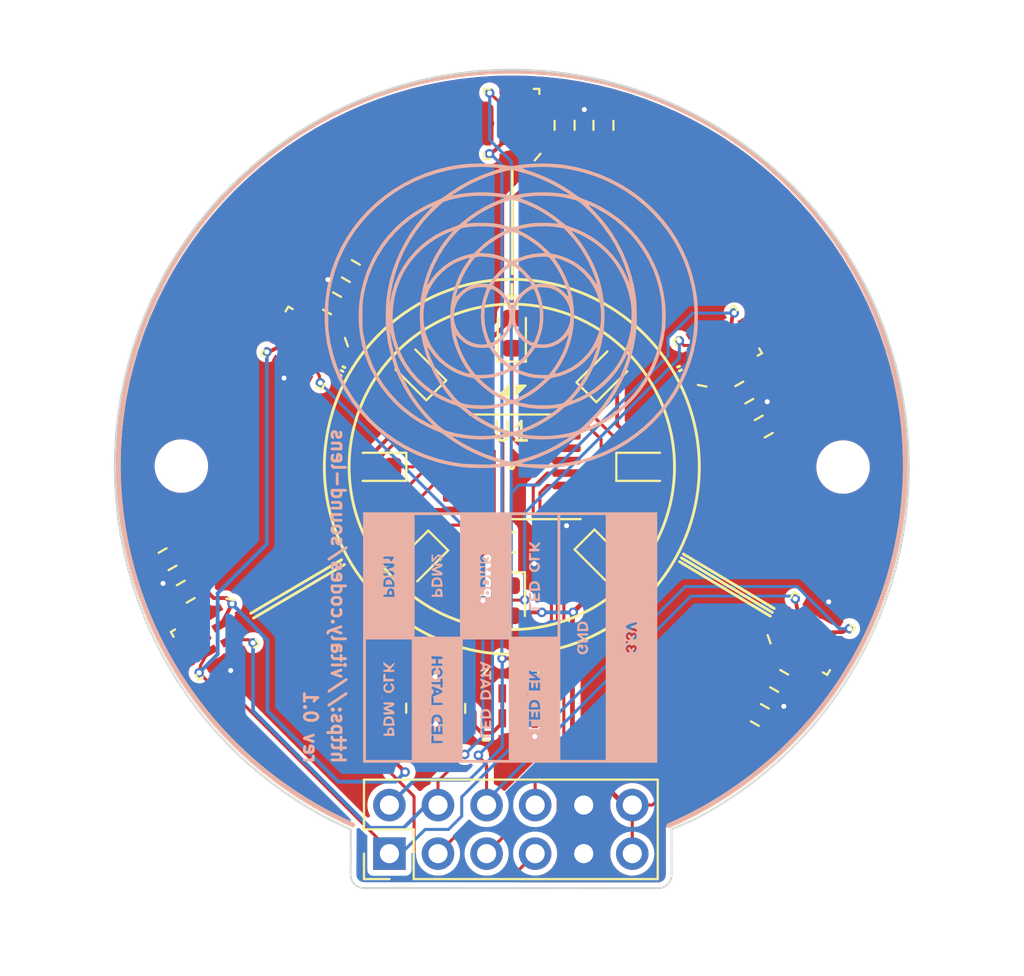
<source format=kicad_pcb>
(kicad_pcb (version 20210126) (generator pcbnew)
  (layers (0 "F.Cu" signal) (31 "B.Cu" signal) (34 "B.Paste" user) (35 "F.Paste" user) (36 "B.SilkS" user "B.Silkscreen") (37 "F.SilkS" user "F.Silkscreen") (38 "B.Mask" user) (39 "F.Mask" user) (44 "Edge.Cuts" user))
  (net 0 "")
  (net 1 "+3V3")
  (net 2 "Net-(D1-Pad1)")
  (net 3 "Net-(D2-Pad1)")
  (net 4 "Net-(D3-Pad1)")
  (net 5 "Net-(D4-Pad1)")
  (net 6 "Net-(D5-Pad1)")
  (net 7 "Net-(D6-Pad1)")
  (net 8 "Net-(D7-Pad1)")
  (net 9 "Net-(D8-Pad1)")
  (net 10 "/LED_LATCH")
  (net 11 "/LED_CLK")
  (net 12 "/LED_DATA")
  (net 13 "GND")
  (net 14 "Net-(R1-Pad1)")
  (net 16 "/PDM_CLK")
  (net 17 "/PDM1")
  (net 18 "/PDM2")
  (net 19 "/PDM3")
  (net 20 "/LED_EN")
  (footprint "ProjectLibrary:MP34DT06J" (layer "F.Cu") (at 99.95 112.45 180)
    (fp_text reference "MIC2" hide)
    (fp_text value "MP34DT06")
  )
  (footprint "Resistor_SMD:R_0603_1608Metric" (layer "F.Cu") (at 97.04 112.63 -90)
    (fp_text reference "C7" hide)
    (fp_text value "1u")
  )
  (footprint "LED_SMD:LED_0603_1608Metric" (layer "F.Cu") (at 99.95 107 -90)
    (fp_text reference "D5" hide)
    (fp_text value "LED")
  )
  (footprint "Resistor_SMD:R_0603_1608Metric" (layer "F.Cu") (at 112.158 96.114 30)
    (fp_text reference "C3" hide)
    (fp_text value "1u")
  )
  (footprint "ProjectLibrary:MP34DT06J" (layer "F.Cu") (at 115.6 108.7 -120)
    (fp_text reference "MIC5" hide)
    (fp_text value "MP34DT06")
  )
  (footprint "LED_SMD:LED_0603_1608Metric" (layer "F.Cu") (at 104.85 104.85 -45)
    (fp_text reference "D4" hide)
    (fp_text value "LED")
  )
  (footprint "Resistor_SMD:R_0603_1608Metric" (layer "F.Cu") (at 91.584 89.764 150)
    (fp_text reference "C12" hide)
    (fp_text value "100n")
  )
  (footprint "Resistor_SMD:R_0603_1608Metric" (layer "F.Cu") (at 95 112.62 -90)
    (fp_text reference "C8" hide)
    (fp_text value "100n")
  )
  (footprint "MountingHole:MountingHole_2.2mm_M2" (layer "F.Cu") (at 117.32 100.01)
    (fp_text reference "REF**" hide)
    (fp_text value "MountingHole_2.2mm_M2")
  )
  (footprint "Resistor_SMD:R_0603_1608Metric" (layer "F.Cu") (at 90.6 91.45 150)
    (fp_text reference "C11" hide)
    (fp_text value "1u")
  )
  (footprint "LED_SMD:LED_0603_1608Metric" (layer "F.Cu") (at 93 100 180)
    (fp_text reference "D7" hide)
    (fp_text value "LED")
  )
  (footprint "Resistor_SMD:R_0603_1608Metric" (layer "F.Cu") (at 113.983529 111.1955 -30)
    (fp_text reference "C5" hide)
    (fp_text value "1u")
  )
  (footprint "LED_SMD:LED_0603_1608Metric" (layer "F.Cu") (at 106.95 100)
    (fp_text reference "D3" hide)
    (fp_text value "LED")
  )
  (footprint "LED_SMD:LED_0603_1608Metric" (layer "F.Cu") (at 95.1 104.9 -135)
    (fp_text reference "D6" hide)
    (fp_text value "LED")
  )
  (footprint "Resistor_SMD:R_0603_1608Metric" (layer "F.Cu") (at 82 104.83 -150)
    (fp_text reference "C10" hide)
    (fp_text value "100n")
  )
  (footprint "MountingHole:MountingHole_2.2mm_M2" (layer "F.Cu") (at 82.72 99.96)
    (fp_text reference "REF**" hide)
    (fp_text value "MountingHole_2.2mm_M2")
  )
  (footprint "Resistor_SMD:R_0603_1608Metric" (layer "F.Cu") (at 104.792 82.144 90)
    (fp_text reference "C2" hide)
    (fp_text value "100n")
  )
  (footprint "ProjectLibrary:MP34DT06J" (layer "F.Cu") (at 84.5 108.95 120)
    (fp_text reference "MIC3" hide)
    (fp_text value "MP34DT06")
  )
  (footprint "LED_SMD:LED_0603_1608Metric" (layer "F.Cu") (at 104.95 95.05 45)
    (fp_text reference "D2" hide)
    (fp_text value "LED")
  )
  (footprint "Resistor_SMD:R_0603_1608Metric" (layer "F.Cu") (at 99.95 103.95)
    (fp_text reference "R1" hide)
    (fp_text value "3K")
  )
  (footprint "Resistor_SMD:R_0603_1608Metric" (layer "F.Cu") (at 112.967529 112.9735 -30)
    (fp_text reference "C6" hide)
    (fp_text value "100n")
  )
  (footprint "Resistor_SMD:R_0603_1608Metric" (layer "F.Cu") (at 113.174 97.892 30)
    (fp_text reference "C4" hide)
    (fp_text value "100n")
  )
  (footprint "Resistor_SMD:R_0603_1608Metric" (layer "F.Cu") (at 82.948 106.528 -150)
    (fp_text reference "C9" hide)
    (fp_text value "1u")
  )
  (footprint "ProjectLibrary:MP34DT06J" (layer "F.Cu") (at 110.75 93.742468 -60)
    (fp_text reference "MIC4" hide)
    (fp_text value "MP34DT06")
  )
  (footprint "Resistor_SMD:R_0603_1608Metric" (layer "F.Cu") (at 102.76 82.144 90)
    (fp_text reference "C1" hide)
    (fp_text value "1u")
  )
  (footprint "ProjectLibrary:MP34DT06J" (layer "F.Cu") (at 89.205385 93.8 60)
    (fp_text reference "MIC6" hide)
    (fp_text value "MP34DT06")
  )
  (footprint "LED_SMD:LED_0603_1608Metric" (layer "F.Cu") (at 95 94.95 135)
    (fp_text reference "D8" hide)
    (fp_text value "LED")
  )
  (footprint "Connector_PinHeader_2.54mm:PinHeader_2x06_P2.54mm_Vertical" (layer "F.Cu") (at 93.6 120.225 90)
    (fp_text reference "J1" hide)
    (fp_text value "Conn_02x06_Top_Bottom")
  )
  (footprint "Package_SO:TSSOP-16_4.4x5mm_P0.65mm" (layer "F.Cu") (at 100 100 180)
    (fp_text reference "U1")
    (fp_text value "STP08CP05")
  )
  (footprint "ProjectLibrary:MP34DT06J" (layer "F.Cu") (at 100 82.1)
    (fp_text reference "MIC1" hide)
    (fp_text value "MP34DT06")
  )
  (footprint "LED_SMD:LED_0603_1608Metric" (layer "F.Cu") (at 100 93.0125 90)
    (fp_text reference "D1" hide)
    (fp_text value "LED")
  )
  (footprint "LOGO" (layer "B.Cu") (at 99.87 108.91 90)
    (fp_text reference "G***" hide)
    (fp_text value "LOGO" hide)
  )
  (footprint "LOGO" (layer "B.Cu") (at 99.713454 91.140021 180)
    (fp_text reference "G***" hide)
    (fp_text value "LOGO" hide)
  )
  (gr_arc (start 100.000011 99.896046) (end 108.22 118.76) (angle -312.6) (layer "B.SilkS") (width 0.25))
  (gr_arc (start 100.000011 99.896046) (end 108.22 118.76) (angle -312.6) (layer "F.SilkS") (width 0.25))
  (gr_line (start 91.17 95.01) (end 91.07 94.96) (layer "F.SilkS") (width 0.15))
  (gr_line (start 108.77 94.985) (end 108.87 94.935) (layer "F.SilkS") (width 0.15))
  (gr_line (start 108.67 94.785) (end 108.77 94.735) (layer "F.SilkS") (width 0.15))
  (gr_line (start 100.02 89.91) (end 100.02 84.36) (layer "F.SilkS") (width 0.15))
  (gr_line (start 86.495 107.91) (end 91.245 105.11) (layer "F.SilkS") (width 0.15))
  (gr_circle (center 100 100) (end 105.82 92.11) (layer "F.SilkS") (width 0.15) (fill none))
  (gr_line (start 91.07 95.235) (end 90.97 95.185) (layer "F.SilkS") (width 0.15))
  (gr_line (start 91.27 94.81) (end 91.17 94.76) (layer "F.SilkS") (width 0.15))
  (gr_line (start 113.52 107.81) (end 108.77 104.96) (layer "F.SilkS") (width 0.15))
  (gr_circle (center 100 100) (end 104.92 93.06) (layer "F.SilkS") (width 0.15) (fill none))
  (gr_line (start 86.345 107.66) (end 91.095 104.86) (layer "F.SilkS") (width 0.15))
  (gr_line (start 99.97 110.035) (end 99.97 110.285) (layer "F.SilkS") (width 0.15))
  (gr_circle (center 100 100) (end 100.1 100) (layer "F.SilkS") (width 0.15) (fill none))
  (gr_line (start 113.72 107.41) (end 108.97 104.56) (layer "F.SilkS") (width 0.15))
  (gr_line (start 113.62 107.61) (end 108.87 104.76) (layer "F.SilkS") (width 0.15))
  (gr_line (start 116.471153 112.63876) (end 117.006771 111.908269) (layer "Edge.Cuts") (width 0.1))
  (gr_line (start 117.510016 88.84489) (end 117.006771 88.091731) (layer "Edge.Cuts") (width 0.1))
  (gr_line (start 115.306935 85.973778) (end 114.680551 85.319449) (layer "Edge.Cuts") (width 0.1))
  (gr_line (start 91.584 118.974) (end 91.571042 121.260738) (layer "Edge.Cuts") (width 0.1))
  (gr_line (start 82.993229 88.091731) (end 82.489984 88.84489) (layer "Edge.Cuts") (width 0.1))
  (gr_line (start 117.006771 88.091731) (end 116.471153 87.36124) (layer "Edge.Cuts") (width 0.1))
  (gr_line (start 117.510016 111.15511) (end 117.979929 110.380717) (layer "Edge.Cuts") (width 0.1))
  (gr_line (start 119.800532 93.756916) (end 119.509366 92.899171) (layer "Edge.Cuts") (width 0.1))
  (gr_line (start 120.269305 95.506403) (end 120.054005 94.626545) (layer "Edge.Cuts") (width 0.1))
  (gr_line (start 79.553979 96.394815) (end 79.416183 97.290089) (layer "Edge.Cuts") (width 0.1))
  (gr_line (start 89.619283 82.020071) (end 88.84489 82.489984) (layer "Edge.Cuts") (width 0.1))
  (gr_line (start 119.800532 106.243084) (end 120.054005 105.373455) (layer "Edge.Cuts") (width 0.1))
  (gr_line (start 120.761434 100) (end 120.741674 99.094399) (layer "Edge.Cuts") (width 0.1))
  (gr_line (start 82.020071 89.619283) (end 81.584383 90.413437) (layer "Edge.Cuts") (width 0.1))
  (gr_line (start 84.095819 86.654807) (end 83.528847 87.36124) (layer "Edge.Cuts") (width 0.1))
  (gr_line (start 85.319449 114.680551) (end 85.973778 115.306935) (layer "Edge.Cuts") (width 0.1))
  (gr_line (start 115.306935 114.026222) (end 115.904181 113.345193) (layer "Edge.Cuts") (width 0.1))
  (gr_line (start 117.979929 110.380717) (end 118.415617 109.586563) (layer "Edge.Cuts") (width 0.1))
  (gr_line (start 105.373455 79.945995) (end 104.493597 79.730695) (layer "Edge.Cuts") (width 0.1))
  (gr_line (start 81.183751 108.774161) (end 81.584383 109.586563) (layer "Edge.Cuts") (width 0.1))
  (gr_line (start 120.741674 99.094399) (end 120.68243 98.190522) (layer "Edge.Cuts") (width 0.1))
  (gr_line (start 114.680551 114.680551) (end 115.306935 114.026222) (layer "Edge.Cuts") (width 0.1))
  (gr_line (start 81.584383 90.413437) (end 81.183751 91.225839) (layer "Edge.Cuts") (width 0.1))
  (gr_line (start 90.413437 81.584383) (end 89.619283 82.020071) (layer "Edge.Cuts") (width 0.1))
  (gr_line (start 102.709911 79.416183) (end 101.809478 79.31757) (layer "Edge.Cuts") (width 0.1))
  (gr_line (start 118.816249 108.774161) (end 119.181064 107.945057) (layer "Edge.Cuts") (width 0.1))
  (gr_line (start 90.413437 118.415617) (end 91.584 118.974) (layer "Edge.Cuts") (width 0.1))
  (gr_line (start 84.693065 85.973778) (end 84.095819 86.654807) (layer "Edge.Cuts") (width 0.1))
  (gr_line (start 84.693065 114.026222) (end 85.319449 114.680551) (layer "Edge.Cuts") (width 0.1))
  (gr_line (start 92.054943 80.818936) (end 91.225839 81.183751) (layer "Edge.Cuts") (width 0.1))
  (gr_line (start 79.553979 103.605185) (end 79.730695 104.493597) (layer "Edge.Cuts") (width 0.1))
  (gr_arc (start 92.265073 121.325) (end 92.265073 122.022) (angle 95.29008121) (layer "Edge.Cuts") (width 0.1))
  (gr_line (start 83.528847 112.63876) (end 84.095819 113.345193) (layer "Edge.Cuts") (width 0.1))
  (gr_line (start 80.199468 106.243084) (end 80.490634 107.100829) (layer "Edge.Cuts") (width 0.1))
  (gr_line (start 120.583817 97.290089) (end 120.446021 96.394815) (layer "Edge.Cuts") (width 0.1))
  (gr_line (start 115.904181 86.654807) (end 115.306935 85.973778) (layer "Edge.Cuts") (width 0.1))
  (gr_line (start 87.36124 116.471153) (end 88.091731 117.006771) (layer "Edge.Cuts") (width 0.1))
  (gr_line (start 111.908269 82.993229) (end 111.15511 82.489984) (layer "Edge.Cuts") (width 0.1))
  (gr_line (start 93.756916 80.199468) (end 92.899171 80.490634) (layer "Edge.Cuts") (width 0.1))
  (gr_line (start 108.352416 121.334927) (end 108.348 118.96) (layer "Edge.Cuts") (width 0.1))
  (gr_line (start 79.730695 104.493597) (end 79.945995 105.373455) (layer "Edge.Cuts") (width 0.1))
  (gr_line (start 120.741674 100.905601) (end 120.761434 100) (layer "Edge.Cuts") (width 0.1))
  (gr_line (start 80.490634 107.100829) (end 80.818936 107.945057) (layer "Edge.Cuts") (width 0.1))
  (gr_line (start 107.100829 80.490634) (end 106.243084 80.199468) (layer "Edge.Cuts") (width 0.1))
  (gr_line (start 113.345193 115.904181) (end 114.026222 115.306935) (layer "Edge.Cuts") (width 0.1))
  (gr_line (start 110.380717 117.979929) (end 111.15511 117.510016) (layer "Edge.Cuts") (width 0.1))
  (gr_line (start 120.446021 96.394815) (end 120.269305 95.506403) (layer "Edge.Cuts") (width 0.1))
  (gr_line (start 85.973778 115.306935) (end 86.654807 115.904181) (layer "Edge.Cuts") (width 0.1))
  (gr_line (start 108.348 118.96) (end 109.586563 118.415617) (layer "Edge.Cuts") (width 0.1))
  (gr_line (start 84.095819 113.345193) (end 84.693065 114.026222) (layer "Edge.Cuts") (width 0.1))
  (gr_line (start 119.181064 92.054943) (end 118.816249 91.225839) (layer "Edge.Cuts") (width 0.1))
  (gr_line (start 88.091731 117.006771) (end 88.84489 117.510016) (layer "Edge.Cuts") (width 0.1))
  (gr_line (start 120.68243 101.809478) (end 120.741674 100.905601) (layer "Edge.Cuts") (width 0.1))
  (gr_line (start 111.15511 117.510016) (end 111.908269 117.006771) (layer "Edge.Cuts") (width 0.1))
  (gr_line (start 79.31757 98.190522) (end 79.258326 99.094399) (layer "Edge.Cuts") (width 0.1))
  (gr_line (start 98.190522 79.31757) (end 97.290089 79.416183) (layer "Edge.Cuts") (width 0.1))
  (gr_line (start 79.31757 101.809478) (end 79.416183 102.709911) (layer "Edge.Cuts") (width 0.1))
  (gr_line (start 115.904181 113.345193) (end 116.471153 112.63876) (layer "Edge.Cuts") (width 0.1))
  (gr_line (start 82.020071 110.380717) (end 82.489984 111.15511) (layer "Edge.Cuts") (width 0.1))
  (gr_arc (start 107.655416 121.334927) (end 108.352416 121.334927) (angle 95.29008121) (layer "Edge.Cuts") (width 0.1))
  (gr_line (start 79.730695 95.506403) (end 79.553979 96.394815) (layer "Edge.Cuts") (width 0.1))
  (gr_line (start 118.816249 91.225839) (end 118.415617 90.413437) (layer "Edge.Cuts") (width 0.1))
  (gr_line (start 80.199468 93.756916) (end 79.945995 94.626545) (layer "Edge.Cuts") (width 0.1))
  (gr_line (start 116.471153 87.36124) (end 115.904181 86.654807) (layer "Edge.Cuts") (width 0.1))
  (gr_line (start 120.054005 105.373455) (end 120.269305 104.493597) (layer "Edge.Cuts") (width 0.1))
  (gr_line (start 81.584383 109.586563) (end 82.020071 110.380717) (layer "Edge.Cuts") (width 0.1))
  (gr_line (start 79.258326 99.094399) (end 79.238566 100) (layer "Edge.Cuts") (width 0.1))
  (gr_line (start 82.993229 111.908269) (end 83.528847 112.63876) (layer "Edge.Cuts") (width 0.1))
  (gr_line (start 85.973778 84.693065) (end 85.319449 85.319449) (layer "Edge.Cuts") (width 0.1))
  (gr_line (start 118.415617 109.586563) (end 118.816249 108.774161) (layer "Edge.Cuts") (width 0.1))
  (gr_line (start 120.583817 102.709911) (end 120.68243 101.809478) (layer "Edge.Cuts") (width 0.1))
  (gr_line (start 120.68243 98.190522) (end 120.583817 97.290089) (layer "Edge.Cuts") (width 0.1))
  (gr_line (start 100.905601 79.258326) (end 100 79.238566) (layer "Edge.Cuts") (width 0.1))
  (gr_line (start 86.654807 84.095819) (end 85.973778 84.693065) (layer "Edge.Cuts") (width 0.1))
  (gr_line (start 85.319449 85.319449) (end 84.693065 85.973778) (layer "Edge.Cuts") (width 0.1))
  (gr_line (start 79.945995 94.626545) (end 79.730695 95.506403) (layer "Edge.Cuts") (width 0.1))
  (gr_line (start 88.091731 82.993229) (end 87.36124 83.528847) (layer "Edge.Cuts") (width 0.1))
  (gr_line (start 120.269305 104.493597) (end 120.446021 103.605185) (layer "Edge.Cuts") (width 0.1))
  (gr_line (start 81.183751 91.225839) (end 80.818936 92.054943) (layer "Edge.Cuts") (width 0.1))
  (gr_line (start 120.054005 94.626545) (end 119.800532 93.756916) (layer "Edge.Cuts") (width 0.1))
  (gr_line (start 101.809478 79.31757) (end 100.905601 79.258326) (layer "Edge.Cuts") (width 0.1))
  (gr_line (start 92.899171 80.490634) (end 92.054943 80.818936) (layer "Edge.Cuts") (width 0.1))
  (gr_line (start 80.490634 92.899171) (end 80.199468 93.756916) (layer "Edge.Cuts") (width 0.1))
  (gr_line (start 112.63876 83.528847) (end 111.908269 82.993229) (layer "Edge.Cuts") (width 0.1))
  (gr_line (start 88.84489 117.510016) (end 89.619283 117.979929) (layer "Edge.Cuts") (width 0.1))
  (gr_line (start 111.15511 82.489984) (end 110.380717 82.020071) (layer "Edge.Cuts") (width 0.1))
  (gr_line (start 99.094399 79.258326) (end 98.190522 79.31757) (layer "Edge.Cuts") (width 0.1))
  (gr_line (start 80.818936 107.945057) (end 81.183751 108.774161) (layer "Edge.Cuts") (width 0.1))
  (gr_line (start 114.026222 84.693065) (end 113.345193 84.095819) (layer "Edge.Cuts") (width 0.1))
  (gr_line (start 114.026222 115.306935) (end 114.680551 114.680551) (layer "Edge.Cuts") (width 0.1))
  (gr_line (start 112.63876 116.471153) (end 113.345193 115.904181) (layer "Edge.Cuts") (width 0.1))
  (gr_line (start 97.290089 79.416183) (end 96.394815 79.553979) (layer "Edge.Cuts") (width 0.1))
  (gr_line (start 113.345193 84.095819) (end 112.63876 83.528847) (layer "Edge.Cuts") (width 0.1))
  (gr_line (start 82.489984 88.84489) (end 82.020071 89.619283) (layer "Edge.Cuts") (width 0.1))
  (gr_line (start 92.265073 122.022) (end 94.886 122.022) (layer "Edge.Cuts") (width 0.1))
  (gr_line (start 86.654807 115.904181) (end 87.36124 116.471153) (layer "Edge.Cuts") (width 0.1))
  (gr_line (start 109.586563 118.415617) (end 110.380717 117.979929) (layer "Edge.Cuts") (width 0.1))
  (gr_line (start 100 79.238566) (end 99.094399 79.258326) (layer "Edge.Cuts") (width 0.1))
  (gr_line (start 109.586563 81.584383) (end 108.774161 81.183751) (layer "Edge.Cuts") (width 0.1))
  (gr_line (start 103.605185 79.553979) (end 102.709911 79.416183) (layer "Edge.Cuts") (width 0.1))
  (gr_line (start 119.509366 107.100829) (end 119.800532 106.243084) (layer "Edge.Cuts") (width 0.1))
  (gr_line (start 89.619283 117.979929) (end 90.413437 118.415617) (layer "Edge.Cuts") (width 0.1))
  (gr_line (start 111.908269 117.006771) (end 112.63876 116.471153) (layer "Edge.Cuts") (width 0.1))
  (gr_line (start 118.415617 90.413437) (end 117.979929 89.619283) (layer "Edge.Cuts") (width 0.1))
  (gr_line (start 79.258326 100.905601) (end 79.31757 101.809478) (layer "Edge.Cuts") (width 0.1))
  (gr_line (start 83.528847 87.36124) (end 82.993229 88.091731) (layer "Edge.Cuts") (width 0.1))
  (gr_line (start 87.36124 83.528847) (end 86.654807 84.095819) (layer "Edge.Cuts") (width 0.1))
  (gr_line (start 79.238566 100) (end 79.258326 100.905601) (layer "Edge.Cuts") (width 0.1))
  (gr_line (start 119.509366 92.899171) (end 119.181064 92.054943) (layer "Edge.Cuts") (width 0.1))
  (gr_line (start 117.006771 111.908269) (end 117.510016 111.15511) (layer "Edge.Cuts") (width 0.1))
  (gr_line (start 106.243084 80.199468) (end 105.373455 79.945995) (layer "Edge.Cuts") (width 0.1))
  (gr_line (start 119.181064 107.945057) (end 119.509366 107.100829) (layer "Edge.Cuts") (width 0.1))
  (gr_line (start 104.493597 79.730695) (end 103.605185 79.553979) (layer "Edge.Cuts") (width 0.1))
  (gr_line (start 94.626545 79.945995) (end 93.756916 80.199468) (layer "Edge.Cuts") (width 0.1))
  (gr_line (start 82.489984 111.15511) (end 82.993229 111.908269) (layer "Edge.Cuts") (width 0.1))
  (gr_line (start 120.446021 103.605185) (end 120.583817 102.709911) (layer "Edge.Cuts") (width 0.1))
  (gr_line (start 95.506403 79.730695) (end 94.626545 79.945995) (layer "Edge.Cuts") (width 0.1))
  (gr_line (start 107.945057 80.818936) (end 107.100829 80.490634) (layer "Edge.Cuts") (width 0.1))
  (gr_line (start 110.380717 82.020071) (end 109.586563 81.584383) (layer "Edge.Cuts") (width 0.1))
  (gr_line (start 96.394815 79.553979) (end 95.506403 79.730695) (layer "Edge.Cuts") (width 0.1))
  (gr_line (start 79.945995 105.373455) (end 80.199468 106.243084) (layer "Edge.Cuts") (width 0.1))
  (gr_line (start 117.979929 89.619283) (end 117.510016 88.84489) (layer "Edge.Cuts") (width 0.1))
  (gr_line (start 91.225839 81.183751) (end 90.413437 81.584383) (layer "Edge.Cuts") (width 0.1))
  (gr_line (start 94.886 122.022) (end 107.591154 122.028958) (layer "Edge.Cuts") (width 0.1))
  (gr_line (start 114.680551 85.319449) (end 114.026222 84.693065) (layer "Edge.Cuts") (width 0.1))
  (gr_line (start 88.84489 82.489984) (end 88.091731 82.993229) (layer "Edge.Cuts") (width 0.1))
  (gr_line (start 79.416183 97.290089) (end 79.31757 98.190522) (layer "Edge.Cuts") (width 0.1))
  (gr_line (start 80.818936 92.054943) (end 80.490634 92.899171) (layer "Edge.Cuts") (width 0.1))
  (gr_line (start 108.774161 81.183751) (end 107.945057 80.818936) (layer "Edge.Cuts") (width 0.1))
  (gr_line (start 79.416183 102.709911) (end 79.553979 103.605185) (layer "Edge.Cuts") (width 0.1))
  (gr_text "https://vitaly.codes/sound-lens" (at 90.92 106.76 270) (layer "B.SilkS") (effects (font (size 0.7 0.7)) (justify mirror)))
  (gr_text "rev 0.1" (at 89.47 113.61 270) (layer "B.SilkS") (effects (font (size 0.7 0.7)) (justify mirror)))
  (gr_text "◢◤" (at 100.02 95.96) (layer "F.SilkS") (effects (font (size 0.7 0.7) (thickness 0.1))))
  (gr_text "↑" (at 100 90.91 180) (layer "F.SilkS") (effects (font (size 1 1))))
  (segment (start 107.71 100) (end 105.506847 97.796847) (width 0.2) (layer "F.Cu") (net 1))
  (segment (start 102.303153 94.493153) (end 105.506847 94.493153) (width 0.2) (layer "F.Cu") (net 1))
  (segment (start 103.17 107.643694) (end 103.17 114.96) (width 0.25) (layer "F.Cu") (net 1))
  (segment (start 100 92.23) (end 97.836847 94.393153) (width 0.2) (layer "F.Cu") (net 1))
  (segment (start 107.345 117.685) (end 112.253058 112.776942) (width 0.16) (layer "F.Cu") (net 1))
  (segment (start 113.269058 109.480942) (end 113.269058 110.783) (width 0.2) (layer "F.Cu") (net 1))
  (segment (start 94.443153 92.321182) (end 92.298471 90.1765) (width 0.2) (layer "F.Cu") (net 1))
  (segment (start 112.253058 112.561) (end 113.269058 110.783) (width 0.2) (layer "F.Cu") (net 1))
  (segment (start 114.855385 108.789711) (end 113.8 108.81) (width 0.2) (layer "F.Cu") (net 1))
  (segment (start 85.07 106.86) (end 84.406971 106.86) (width 0.2) (layer "F.Cu") (net 1))
  (segment (start 95 111.795) (end 94.37 111.165) (width 0.2) (layer "F.Cu") (net 1))
  (segment (start 92.2125 99.8175) (end 94.443153 97.586847) (width 0.2) (layer "F.Cu") (net 1))
  (segment (start 104.161 82.969) (end 102.87 84.26) (width 0.2) (layer "F.Cu") (net 1))
  (segment (start 98.06 113.54502) (end 98.06 112.825) (width 0.2) (layer "F.Cu") (net 1))
  (segment (start 105.895 117.685) (end 106.3 117.685) (width 0.25) (layer "F.Cu") (net 1))
  (segment (start 100.51 83.05) (end 101.14 83.68) (width 0.2) (layer "F.Cu") (net 1))
  (segment (start 101.57 107.61) (end 100.1275 107.61) (width 0.2) (layer "F.Cu") (net 1))
  (segment (start 105.57 105.26) (end 105.57 102.1675) (width 0.25) (layer "F.Cu") (net 1))
  (segment (start 97.59002 105.83002) (end 94.916326 105.83002) (width 0.2) (layer "F.Cu") (net 1))
  (segment (start 102.87 84.26) (end 101.77 84.26) (width 0.2) (layer "F.Cu") (net 1))
  (segment (start 97.04 111.805) (end 95.01 111.805) (width 0.2) (layer "F.Cu") (net 1))
  (segment (start 91.314471 93.275529) (end 91.314471 91.8625) (width 0.2) (layer "F.Cu") (net 1))
  (segment (start 94.443153 97.586847) (end 94.443153 94.393153) (width 0.2) (layer "F.Cu") (net 1))
  (segment (start 89.95 93.710289) (end 90.879711 93.710289) (width 0.2) (layer "F.Cu") (net 1))
  (segment (start 102.05 83.68) (end 102.76 82.97) (width 0.2) (layer "F.Cu") (net 1))
  (segment (start 95.225 102.275) (end 94.12 103.38) (width 0.25) (layer "F.Cu") (net 1))
  (segment (start 94.443153 94.393153) (end 94.443153 92.321182) (width 0.2) (layer "F.Cu") (net 1))
  (segment (start 94.916326 105.83002) (end 94.543153 105.456847) (width 0.2) (layer "F.Cu") (net 1))
  (segment (start 94.12 105.033694) (end 94.543153 105.456847) (width 0.25) (layer "F.Cu") (net 1))
  (segment (start 97.97 107.66) (end 97.97 106.21) (width 0.2) (layer "F.Cu") (net 1))
  (segment (start 110.79 96.53) (end 110.7935 96.5265) (width 0.2) (layer "F.Cu") (net 1))
  (segment (start 94.37 105.63) (end 94.543153 105.456847) (width 0.2) (layer "F.Cu") (net 1))
  (segment (start 98.02 107.71) (end 97.97 107.66) (width 0.2) (layer "F.Cu") (net 1))
  (segment (start 98.419969 113.904989) (end 98.06 113.54502) (width 0.2) (layer "F.Cu") (net 1))
  (segment (start 100.1275 107.61) (end 99.95 107.7875) (width 0.2) (layer "F.Cu") (net 1))
  (segment (start 102.76 82.969) (end 104.792 82.969) (width 0.2) (layer "F.Cu") (net 1))
  (segment (start 111.443529 96.5265) (end 112.459529 98.3045) (width 0.2) (layer "F.Cu") (net 1))
  (segment (start 90.879711 93.710289) (end 91.314471 93.275529) (width 0.2) (layer "F.Cu") (net 1))
  (segment (start 99.5 113.38502) (end 98.980031 113.904989) (width 0.2) (layer "F.Cu") (net 1))
  (segment (start 98.06 112.825) (end 97.04 111.805) (width 0.2) (layer "F.Cu") (net 1))
  (segment (start 91.314471 91.575529) (end 92.298471 90.591529) (width 0.2) (layer "F.Cu") (net 1))
  (segment (start 113.8 108.81) (end 113.269058 109.480942) (width 0.2) (layer "F.Cu") (net 1))
  (segment (start 99.8725 107.71) (end 98.02 107.71) (width 0.2) (layer "F.Cu") (net 1))
  (segment (start 105.506847 97.796847) (end 105.506847 94.493153) (width 0.2) (layer "F.Cu") (net 1))
  (segment (start 97.836847 94.393153) (end 94.443153 94.393153) (width 0.2) (layer "F.Cu") (net 1))
  (segment (start 101.14 83.68) (end 102.05 83.68) (width 0.2) (layer "F.Cu") (net 1))
  (segment (start 98.980031 113.904989) (end 98.419969 113.904989) (width 0.2) (layer "F.Cu") (net 1))
  (segment (start 111.581218 93.782179) (end 110.455385 94.432179) (width 0.2) (layer "F.Cu") (net 1))
  (segment (start 93.97 115.51) (end 93.97 112.825) (width 0.2) (layer "F.Cu") (net 1))
  (segment (start 93.97 112.825) (end 95 111.795) (width 0.2) (layer "F.Cu") (net 1))
  (segment (start 88.824167 93.060289) (end 89.95 93.710289) (width 0.2) (layer "F.Cu") (net 1))
  (segment (start 100 86.03) (end 100 92.225) (width 0.2) (layer "F.Cu") (net 1))
  (segment (start 103.211847 107.601847) (end 103.17 107.643694) (width 0.25) (layer "F.Cu") (net 1))
  (segment (start 84.406971 106.86) (end 83.846971 106.3) (width 0.2) (layer "F.Cu") (net 1))
  (segment (start 104.792 82.969) (end 104.161 82.969) (width 0.2) (layer "F.Cu") (net 1))
  (segment (start 100.035 92.225) (end 102.303153 94.493153) (width 0.2) (layer "F.Cu") (net 1))
  (segment (start 85.37 107.16) (end 85.07 106.86) (width 0.2) (layer "F.Cu") (net 1))
  (segment (start 101.77 84.26) (end 100 86.03) (width 0.2) (layer "F.Cu") (net 1))
  (segment (start 112.253058 112.776942) (end 112.253058 112.561) (width 0.16) (layer "F.Cu") (net 1))
  (segment (start 94.37 111.165) (end 94.37 105.63) (width 0.2) (layer "F.Cu") (net 1))
  (segment (start 97.97 106.21) (end 97.59002 105.83002) (width 0.2) (layer "F.Cu") (net 1))
  (segment (start 110.455385 94.432179) (end 110.06 94.827564) (width 0.2) (layer "F.Cu") (net 1))
  (segment (start 105.57 102.1675) (end 107.7375 100) (width 0.25) (layer "F.Cu") (net 1))
  (segment (start 92.2125 100) (end 92.2125 99.8175) (width 0.2) (layer "F.Cu") (net 1))
  (segment (start 102.76 82.97) (end 102.76 82.969) (width 0.2) (layer "F.Cu") (net 1))
  (segment (start 83.662471 106.1155) (end 82.714471 104.4175) (width 0.2) (layer "F.Cu") (net 1))
  (segment (start 85.22 107.46) (end 84.794615 108.260289) (width 0.2) (layer "F.Cu") (net 1))
  (segment (start 103.211847 107.601847) (end 105.406847 105.406847) (width 0.25) (layer "F.Cu") (net 1))
  (segment (start 99.5 111.85) (end 99.5 113.15) (width 0.2) (layer "F.Cu") (net 1))
  (segment (start 97.1375 102.275) (end 95.225 102.275) (width 0.25) (layer "F.Cu") (net 1))
  (segment (start 106.3 120.225) (end 106.3 117.685) (width 0.16) (layer "F.Cu") (net 1))
  (segment (start 85.37 107.16) (end 85.22 107.46) (width 0.2) (layer "F.Cu") (net 1))
  (segment (start 94.12 103.38) (end 94.12 105.033694) (width 0.25) (layer "F.Cu") (net 1))
  (segment (start 110.7935 96.5265) (end 111.443529 96.5265) (width 0.2) (layer "F.Cu") (net 1))
  (segment (start 110.764029 100) (end 112.459529 98.3045) (width 0.2) (layer "F.Cu") (net 1))
  (segment (start 99.95 107.7875) (end 99.8725 107.71) (width 0.2) (layer "F.Cu") (net 1))
  (segment (start 110.06 94.827564) (end 110.01 95.35) (width 0.2) (layer "F.Cu") (net 1))
  (segment (start 107.7375 100) (end 110.764029 100) (width 0.2) (layer "F.Cu") (net 1))
  (segment (start 94.42 115.96) (end 93.97 115.51) (width 0.2) (layer "F.Cu") (net 1))
  (segment (start 100.45 83.05) (end 100.51 83.05) (width 0.2) (layer "F.Cu") (net 1))
  (segment (start 92.2125 100) (end 92.08 100) (width 0.2) (layer "F.Cu") (net 1))
  (segment (start 103.17 114.96) (end 105.895 117.685) (width 0.25) (layer "F.Cu") (net 1))
  (segment (start 110.01 95.35) (end 110.79 96.53) (width 0.2) (layer "F.Cu") (net 1))
  (segment (start 106.3 117.685) (end 107.345 117.685) (width 0.16) (layer "F.Cu") (net 1))
  (via (at 85.37 107.16) (size 0.5) (drill 0.26) (layers "F.Cu" "B.Cu") (net 1))
  (via (at 101.57 107.61) (size 0.5) (drill 0.26) (layers "F.Cu" "B.Cu") (net 1))
  (via (at 94.42 115.96) (size 0.5) (drill 0.26) (layers "F.Cu" "B.Cu") (net 1))
  (via (at 103.211847 107.601847) (size 0.5) (drill 0.26) (layers "F.Cu" "B.Cu") (net 1))
  (segment (start 87.22 109.06) (end 85.37 107.16) (width 0.2) (layer "B.Cu") (net 1))
  (segment (start 103.203694 107.61) (end 101.636306 107.61) (width 0.2) (layer "B.Cu") (net 1))
  (segment (start 94.42 115.96) (end 93.92 116.46) (width 0.2) (layer "B.Cu") (net 1))
  (segment (start 101.62 107.61) (end 101.57 107.61) (width 0.25) (layer "B.Cu") (net 1))
  (segment (start 93.92 116.46) (end 90.92 116.46) (width 0.2) (layer "B.Cu") (net 1))
  (segment (start 101.636306 107.61) (end 101.628153 107.601847) (width 0.2) (layer "B.Cu") (net 1))
  (segment (start 87.22 112.76) (end 87.22 109.06) (width 0.2) (layer "B.Cu") (net 1))
  (segment (start 90.92 116.46) (end 87.22 112.76) (width 0.2) (layer "B.Cu") (net 1))
  (segment (start 103.211847 107.601847) (end 103.203694 107.61) (width 0.2) (layer "B.Cu") (net 1))
  (segment (start 101.628153 107.601847) (end 101.62 107.61) (width 0.25) (layer "B.Cu") (net 1))
  (segment (start 100 98.45) (end 101.25 99.7) (width 0.16) (layer "F.Cu") (net 2))
  (segment (start 100 93.8) (end 100 98.45) (width 0.16) (layer "F.Cu") (net 2))
  (segment (start 101.25 99.7) (end 102.7875 99.7) (width 0.16) (layer "F.Cu") (net 2))
  (segment (start 104.26 95.74) (end 103.74 96.26) (width 0.16) (layer "F.Cu") (net 3))
  (segment (start 101.34 96.26) (end 100.65 96.95) (width 0.16) (layer "F.Cu") (net 3))
  (segment (start 103.74 96.26) (end 101.34 96.26) (width 0.16) (layer "F.Cu") (net 3))
  (segment (start 100.65 96.95) (end 100.65 98.4) (width 0.16) (layer "F.Cu") (net 3))
  (segment (start 101.275 99.025) (end 102.8625 99.025) (width 0.16) (layer "F.Cu") (net 3))
  (segment (start 100.65 98.4) (end 101.275 99.025) (width 0.16) (layer "F.Cu") (net 3))
  (segment (start 101.45 98.4) (end 102.8375 98.4) (width 0.16) (layer "F.Cu") (net 4))
  (segment (start 106.1625 100) (end 106.1625 99.2525) (width 0.16) (layer "F.Cu") (net 4))
  (segment (start 101.21 98.16) (end 101.45 98.4) (width 0.16) (layer "F.Cu") (net 4))
  (segment (start 101.6 96.81) (end 101.21 97.2) (width 0.16) (layer "F.Cu") (net 4))
  (segment (start 106.1625 99.2525) (end 103.72 96.81) (width 0.16) (layer "F.Cu") (net 4))
  (segment (start 101.21 97.2) (end 101.21 98.16) (width 0.16) (layer "F.Cu") (net 4))
  (segment (start 103.72 96.81) (end 101.6 96.81) (width 0.16) (layer "F.Cu") (net 4))
  (segment (start 104.67 98.57) (end 103.825 97.725) (width 0.16) (layer "F.Cu") (net 5))
  (segment (start 103.825 97.725) (end 102.8625 97.725) (width 0.16) (layer "F.Cu") (net 5))
  (segment (start 104.293153 104.293153) (end 104.67 103.916306) (width 0.16) (layer "F.Cu") (net 5))
  (segment (start 104.67 103.916306) (end 104.67 98.57) (width 0.16) (layer "F.Cu") (net 5))
  (segment (start 99.53 98.78) (end 99.53 102.9) (width 0.16) (layer "F.Cu") (net 6))
  (segment (start 99.53 102.9) (end 99.95 103.32) (width 0.16) (layer "F.Cu") (net 6))
  (segment (start 97.1375 97.725) (end 98.475 97.725) (width 0.16) (layer "F.Cu") (net 6))
  (segment (start 99.95 103.32) (end 99.95 106.2125) (width 0.16) (layer "F.Cu") (net 6))
  (segment (start 98.475 97.725) (end 99.53 98.78) (width 0.16) (layer "F.Cu") (net 6))
  (segment (start 97.1375 98.375) (end 98.275 98.375) (width 0.16) (layer "F.Cu") (net 7))
  (segment (start 98.275 98.375) (end 99.08 99.18) (width 0.16) (layer "F.Cu") (net 7))
  (segment (start 99.08 99.18) (end 99.08 102.52) (width 0.16) (layer "F.Cu") (net 7))
  (segment (start 99.08 102.52) (end 97.256847 104.343153) (width 0.16) (layer "F.Cu") (net 7))
  (segment (start 97.256847 104.343153) (end 95.656847 104.343153) (width 0.16) (layer "F.Cu") (net 7))
  (segment (start 95.825 99.025) (end 94.85 100) (width 0.16) (layer "F.Cu") (net 8))
  (segment (start 94.85 100) (end 93.7875 100) (width 0.16) (layer "F.Cu") (net 8))
  (segment (start 97.1375 99.025) (end 95.825 99.025) (width 0.16) (layer "F.Cu") (net 8))
  (segment (start 93 100.9) (end 93 99.63) (width 0.16) (layer "F.Cu") (net 9))
  (segment (start 95.925 99.675) (end 94.52 101.08) (width 0.16) (layer "F.Cu") (net 9))
  (segment (start 93 99.63) (end 95.5 97.13) (width 0.16) (layer "F.Cu") (net 9))
  (segment (start 94.52 101.08) (end 93.18 101.08) (width 0.16) (layer "F.Cu") (net 9))
  (segment (start 95.5 97.13) (end 95.5 95.563694) (width 0.16) (layer "F.Cu") (net 9))
  (segment (start 93.18 101.08) (end 93 100.9) (width 0.16) (layer "F.Cu") (net 9))
  (segment (start 97.1375 99.675) (end 95.925 99.675) (width 0.16) (layer "F.Cu") (net 9))
  (segment (start 99.99 118.21) (end 99.99 117.14) (width 0.16) (layer "F.Cu") (net 10))
  (segment (start 101.12 101.06) (end 101.855 100.325) (width 0.16) (layer "F.Cu") (net 10))
  (segment (start 97.42 118.945) (end 99.255 118.945) (width 0.16) (layer "F.Cu") (net 10))
  (segment (start 102.07 115.06) (end 102.07 103.56) (width 0.16) (layer "F.Cu") (net 10))
  (segment (start 99.255 118.945) (end 99.99 118.21) (width 0.16) (layer "F.Cu") (net 10))
  (segment (start 101.12 102.61) (end 101.12 101.06) (width 0.16) (layer "F.Cu") (net 10))
  (segment (start 99.99 117.14) (end 102.07 115.06) (width 0.16) (layer "F.Cu") (net 10))
  (segment (start 96.14 120.225) (end 97.42 118.945) (width 0.16) (layer "F.Cu") (net 10))
  (segment (start 102.07 103.56) (end 101.12 102.61) (width 0.16) (layer "F.Cu") (net 10))
  (segment (start 101.855 100.325) (end 102.8625 100.325) (width 0.16) (layer "F.Cu") (net 10))
  (segment (start 101.47 102.521566) (end 102.38002 103.431586) (width 0.16) (layer "F.Cu") (net 11))
  (segment (start 102.38002 103.431586) (end 102.38002 115.24998) (width 0.16) (layer "F.Cu") (net 11))
  (segment (start 102.38002 115.24998) (end 101.22 116.41) (width 0.16) (layer "F.Cu") (net 11))
  (segment (start 101.22 116.41) (end 101.22 117.685) (width 0.16) (layer "F.Cu") (net 11))
  (segment (start 101.855 100.975) (end 101.47 101.36) (width 0.16) (layer "F.Cu") (net 11))
  (segment (start 102.8625 100.975) (end 101.855 100.975) (width 0.16) (layer "F.Cu") (net 11))
  (segment (start 101.47 101.36) (end 101.47 102.521566) (width 0.16) (layer "F.Cu") (net 11))
  (segment (start 104.22 102.71) (end 102.72 104.21) (width 0.16) (layer "F.Cu") (net 12))
  (segment (start 102.42 115.81) (end 102.42 118.31) (width 0.16) (layer "F.Cu") (net 12))
  (segment (start 102.42 118.31) (end 101.785 118.945) (width 0.16) (layer "F.Cu") (net 12))
  (segment (start 99.96 118.945) (end 98.68 120.225) (width 0.16) (layer "F.Cu") (net 12))
  (segment (start 102.72 104.21) (end 102.72 115.51) (width 0.16) (layer "F.Cu") (net 12))
  (segment (start 101.785 118.945) (end 99.96 118.945) (width 0.16) (layer "F.Cu") (net 12))
  (segment (start 103.985 101.625) (end 104.22 101.86) (width 0.16) (layer "F.Cu") (net 12))
  (segment (start 104.22 101.86) (end 104.22 102.71) (width 0.16) (layer "F.Cu") (net 12))
  (segment (start 102.8625 101.625) (end 103.985 101.625) (width 0.16) (layer "F.Cu") (net 12))
  (segment (start 102.72 115.51) (end 102.42 115.81) (width 0.16) (layer "F.Cu") (net 12))
  (segment (start 89.42 92.325384) (end 89.787084 92.692468) (width 0.2) (layer "F.Cu") (net 13))
  (segment (start 98.37 79.76) (end 98.07 80.06) (width 0.2) (layer "F.Cu") (net 13))
  (segment (start 98.08 111.17) (end 98.08 111.76186) (width 0.16) (layer "F.Cu") (net 13))
  (segment (start 89.72 92.025384) (end 89.42 92.325384) (width 0.2) (layer "F.Cu") (net 13))
  (segment (start 101.17 105.06) (end 100.785 104.675) (width 0.2) (layer "F.Cu") (net 13))
  (segment (start 89.885529 90.704471) (end 90.38 90.21) (width 0.2) (layer "F.Cu") (net 13))
  (segment (start 89.72 91.203029) (end 89.72 92.025384) (width 0.2) (layer "F.Cu") (net 13))
  (segment (start 98.75 81.84) (end 98.75 82.05) (width 0.2) (layer "F.Cu") (net 13))
  (segment (start 88.537084 94.857532) (end 88.09 95.36) (width 0.2) (layer "F.Cu") (net 13))
  (segment (start 95.99 110.97) (end 97.88 110.97) (width 0.16) (layer "F.Cu") (net 13))
  (segment (start 97.56 114.4) (end 99.755 114.4) (width 0.2) (layer "F.Cu") (net 13))
  (segment (start 82.980125 109.8275) (end 82.980125 109.598946) (width 0.2) (layer "F.Cu") (net 13))
  (segment (start 102.029 82.05) (end 102.76 81.319) (width 0.2) (layer "F.Cu") (net 13))
  (segment (start 98.7 112.5) (end 98.7 111.56098) (width 0.16) (layer "F.Cu") (net 13))
  (segment (start 103.76 117.685) (end 103.76 120.225) (width 0.2) (layer "F.Cu") (net 13))
  (segment (start 96.025 113.445) (end 97.03 113.445) (width 0.2) (layer "F.Cu") (net 13))
  (segment (start 97.04 113.88) (end 97.56 114.4) (width 0.2) (layer "F.Cu") (net 13))
  (segment (start 85.3 110.65) (end 85.081699 110.057532) (width 0.2) (layer "F.Cu") (net 13))
  (segment (start 89.787084 92.692468) (end 88.37 91.86) (width 0.2) (layer "F.Cu") (net 13))
  (segment (start 99.415 79.76) (end 98.37 79.76) (width 0.2) (layer "F.Cu") (net 13))
  (segment (start 103.791 81.319) (end 102.76 81.319) (width 0.2) (layer "F.Cu") (net 13))
  (segment (start 116.57 107.06) (end 116.268301 107.642468) (width 0.16) (layer "F.Cu") (net 13))
  (segment (start 102.8625 103.0775) (end 102.8625 102.275) (width 0.2) (layer "F.Cu") (net 13))
  (segment (start 113.888471 97.4795) (end 113.355 96.595) (width 0.2) (layer "F.Cu") (net 13))
  (segment (start 101.065 80.345) (end 101.25 80.53) (width 0.2) (layer "F.Cu") (net 13))
  (segment (start 101.25 80.53) (end 101.25 82.05) (width 0.2) (layer "F.Cu") (net 13))
  (segment (start 90.41 90.18) (end 90.869529 89.720471) (width 0.2) (layer "F.Cu") (net 13))
  (segment (start 101.11 81.4) (end 101.25 81.54) (width 0.2) (layer "F.Cu") (net 13))
  (segment (start 88.37 91.86) (end 87.68551 92.9225) (width 0.2) (layer "F.Cu") (net 13))
  (segment (start 113.12 96.19) (end 112.872471 95.7015) (width 0.2) (layer "F.Cu") (net 13))
  (segment (start 112.269875 92.864968) (end 112.5 93.095093) (width 0.2) (layer "F.Cu") (net 13))
  (segment (start 117.119875 109.5775) (end 116.119007 109.5775) (width 0.2) (layer "F.Cu") (net 13))
  (segment (start 95 113.445) (end 96.025 113.445) (width 0.2) (layer "F.Cu") (net 13))
  (segment (start 100.45 81.4) (end 101.11 81.4) (width 0.2) (layer "F.Cu") (net 13))
  (segment (start 98.08 111.76186) (end 98.7 112.38186) (width 0.16) (layer "F.Cu") (net 13))
  (segment (start 113.355 96.595) (end 113.12 96.19) (width 0.2) (layer "F.Cu") (net 13))
  (segment (start 98.7 111.56098) (end 99.51098 110.75) (width 0.16) (layer "F.Cu") (net 13))
  (segment (start 100 80.345) (end 101.065 80.345) (width 0.2) (layer "F.Cu") (net 13))
  (segment (start 82.980125 109.598946) (end 83.668782 108.910289) (width 0.2) (layer "F.Cu") (net 13))
  (segment (start 97.88 110.97) (end 98.08 111.17) (width 0.16) (layer "F.Cu") (net 13))
  (segment (start 82.233529 107.073529) (end 83.831699 107.892468) (width 0.2) (layer "F.Cu") (net 13))
  (segment (start 114.220812 112.520812) (end 114.24 112.49) (width 0.2) (layer "F.Cu") (net 13))
  (segment (start 97.04 113.455) (end 97.04 113.88) (width 0.2) (layer "F.Cu") (net 13))
  (segment (start 82.233529 106.9405) (end 82.233529 107.073529) (width 0.2) (layer "F.Cu") (net 13))
  (segment (start 112.5 93.095093) (end 112.5 94.24) (width 0.2) (layer "F.Cu") (net 13))
  (segment (start 83.668782 108.910289) (end 83.668782 108.055385) (width 0.2) (layer "F.Cu") (net 13))
  (segment (start 101.25 81.54) (end 101.25 82.05) (width 0.2) (layer "F.Cu") (net 13))
  (segment (start 104.792 81.319) (end 103.791 81.319) (width 0.2) (layer "F.Cu") (net 13))
  (segment (start 112.5 94.24) (end 111.418301 94.8) (width 0.2) (layer "F.Cu") (net 13))
  (segment (start 113.682 113.386) (end 114.220812 112.520812) (width 0.2) (layer "F.Cu") (net 13))
  (segment (start 114.698 111.608) (end 115.018301 109.807532) (width 0.2) (layer "F.Cu") (net 13))
  (segment (start 115.018301 109.807532) (end 115.613397 109.807532) (width 0.2) (layer "F.Cu") (net 13))
  (segment (start 89.885529 91.0375) (end 89.72 91.203029) (width 0.2) (layer "F.Cu") (net 13))
  (segment (start 81.744829 106.065171) (end 81.762743 106.097257) (width 0.2) (layer "F.Cu") (net 13))
  (segment (start 115.613397 109.807532) (end 115.981218 109.439711) (width 0.2) (layer "F.Cu") (net 13))
  (segment (start 100 80.345) (end 99.415 79.76) (width 0.2) (layer "F.Cu") (net 13))
  (segment (start 81.762743 106.097257) (end 82.233529 106.9405) (width 0.2) (layer "F.Cu") (net 13))
  (segment (start 98.07 81.16) (end 98.75 81.84) (width 0.2) (layer "F.Cu") (net 13))
  (segment (start 114.698 111.608) (end 114.24 112.49) (width 0.2) (layer "F.Cu") (net 13))
  (segment (start 98.07 80.06) (end 98.07 81.16) (width 0.2) (layer "F.Cu") (net 13))
  (segment (start 100.785 104.675) (end 100.785 103.94) (width 0.2) (layer "F.Cu") (net 13))
  (segment (start 81.285529 105.2425) (end 81.744829 106.065171) (width 0.2) (layer "F.Cu") (net 13))
  (segment (start 90.38 90.21) (end 90.41 90.18) (width 0.2) (layer "F.Cu") (net 13))
  (segment (start 99.755 114.4) (end 99.95 114.205) (width 0.2) (layer "F.Cu") (net 13))
  (segment (start 101.25 82.05) (end 102.029 82.05) (width 0.2) (layer "F.Cu") (net 13))
  (via (at 81.762743 106.097257) (size 0.5) (drill 0.26) (layers "F.Cu" "B.Cu") (net 13))
  (via (at 85.3 110.65) (size 0.5) (drill 0.26) (layers "F.Cu" "B.Cu") (net 13))
  (via (at 96.025 113.445) (size 0.5) (drill 0.26) (layers "F.Cu" "B.Cu") (net 13))
  (via (at 101.17 105.06) (size 0.5) (drill 0.26) (layers "F.Cu" "B.Cu") (net 13))
  (via (at 102.8625 103.0775) (size 0.5) (drill 0.26) (layers "F.Cu" "B.Cu") (net 13))
  (via (at 116.57 107.06) (size 0.5) (drill 0.26) (layers "F.Cu" "B.Cu") (net 13))
  (via (at 103.791 81.319) (size 0.5) (drill 0.26) (layers "F.Cu" "B.Cu") (net 13))
  (via (at 88.09 95.36) (size 0.5) (drill 0.26) (layers "F.Cu" "B.Cu") (net 13))
  (via (at 90.38 90.21) (size 0.5) (drill 0.26) (layers "F.Cu" "B.Cu") (net 13))
  (via (at 114.220812 112.520812) (size 0.5) (drill 0.26) (layers "F.Cu" "B.Cu") (net 13))
  (via (at 95.99 110.97) (size 0.5) (drill 0.26) (layers "F.Cu" "B.Cu") (net 13))
  (via (at 113.355 96.595) (size 0.5) (drill 0.26) (layers "F.Cu" "B.Cu") (net 13))
  (segment (start 97.575 105.5) (end 95.65 105.5) (width 0.16) (layer "F.Cu") (net 14))
  (segment (start 97.95 103.05) (end 98.42 102.58) (width 0.16) (layer "F.Cu") (net 14))
  (segment (start 98.42 101.91) (end 98.135 101.625) (width 0.16) (layer "F.Cu") (net 14))
  (segment (start 94.55 103.68) (end 95.18 103.05) (width 0.16) (layer "F.Cu") (net 14))
  (segment (start 95.65 105.5) (end 94.55 104.4) (width 0.16) (layer "F.Cu") (net 14))
  (segment (start 98.135 101.625) (end 97.1375 101.625) (width 0.16) (layer "F.Cu") (net 14))
  (segment (start 99.125 103.95) (end 97.575 105.5) (width 0.16) (layer "F.Cu") (net 14))
  (segment (start 98.42 102.58) (end 98.42 101.91) (width 0.16) (layer "F.Cu") (net 14))
  (segment (start 95.18 103.05) (end 97.95 103.05) (width 0.16) (layer "F.Cu") (net 14))
  (segment (start 94.55 104.4) (end 94.55 103.68) (width 0.16) (layer "F.Cu") (net 14))
  (segment (start 117.66 108.46) (end 117.29 108.64) (width 0.2) (layer "F.Cu") (net 16))
  (segment (start 84.14 111.26) (end 84.82 111.26) (width 0.16) (layer "F.Cu") (net 16))
  (segment (start 101.2 114.1) (end 100.949977 113.969977) (width 0.2) (layer "F.Cu") (net 16))
  (segment (start 111.47 92.62) (end 111.131218 93.002757) (width 0.2) (layer "F.Cu") (net 16))
  (segment (start 111.543301 92.036699) (end 111.47 92.62) (width 0.2) (layer "F.Cu") (net 16))
  (segment (start 88.374167 93.839711) (end 87.81 93.73) (width 0.2) (layer "F.Cu") (net 16))
  (segment (start 84.82 111.26) (end 93.6 120.04) (width 0.16) (layer "F.Cu") (net 16))
  (segment (start 84.118782 109.689711) (end 83.729518 110.369518) (width 0.16) (layer "F.Cu") (net 16))
  (segment (start 117.29 108.64) (end 116.431507 108.66) (width 0.2) (layer "F.Cu") (net 16))
  (segment (start 83.65 110.77) (end 84.14 111.26) (width 0.16) (layer "F.Cu") (net 16))
  (segment (start 100.949977 113.969977) (end 100.4 113.42) (width 0.2) (layer "F.Cu") (net 16))
  (segment (start 111.63 91.95) (end 111.543301 92.036699) (width 0.2) (layer "F.Cu") (net 16))
  (segment (start 99.55 81.12) (end 98.84 80.45) (width 0.16) (layer "F.Cu") (net 16))
  (segment (start 83.729518 110.369518) (end 83.65 110.77) (width 0.16) (layer "F.Cu") (net 16))
  (segment (start 101.32 114.1) (end 101.2 114.1) (width 0.2) (layer "F.Cu") (net 16))
  (segment (start 87.81 93.73) (end 87.23 94.03) (width 0.2) (layer "F.Cu") (net 16))
  (segment (start 93.6 120.04) (end 93.6 120.225) (width 0.16) (layer "F.Cu") (net 16))
  (via (at 117.66 108.46) (size 0.5) (drill 0.26) (layers "F.Cu" "B.Cu") (net 16))
  (via (at 87.19 93.99) (size 0.5) (drill 0.26) (layers "F.Cu" "B.Cu") (net 16))
  (via (at 98.84 80.45) (size 0.5) (drill 0.26) (layers "F.Cu" "B.Cu") (net 16))
  (via (at 83.65 110.77) (size 0.5) (drill 0.26) (layers "F.Cu" "B.Cu") (net 16))
  (via (at 111.63 91.95) (size 0.5) (drill 0.26) (layers "F.Cu" "B.Cu") (net 16))
  (via (at 101.2 114.1) (size 0.5) (drill 0.26) (layers "F.Cu" "B.Cu") (net 16))
  (segment (start 114.92 106.26) (end 117.12 108.46) (width 0.16) (layer "B.Cu") (net 16))
  (segment (start 94.205 120.225) (end 93.6 120.225) (width 0.16) (layer "B.Cu") (net 16))
  (segment (start 117.12 108.46) (end 117.66 108.46) (width 0.16) (layer "B.Cu") (net 16))
  (segment (start 87.19 93.99) (end 87.22 94.03) (width 0.2) (layer "B.Cu") (net 16))
  (segment (start 87.23 94.03) (end 87.22 94.03) (width 0.2) (layer "B.Cu") (net 16))
  (segment (start 101.41 100.95) (end 100.38 100.95) (width 0.16) (layer "B.Cu") (net 16))
  (segment (start 87.19 93.99) (end 87.23 94.03) (width 0.2) (layer "B.Cu") (net 16))
  (segment (start 98.84 82.9) (end 99.97 84.03) (width 0.16) (layer "B.Cu") (net 16))
  (segment (start 87.23 94.03) (end 87.14 94.01) (width 0.2) (layer "B.Cu") (net 16))
  (segment (start 97.38 117.26) (end 97.38 118.27) (width 0.16) (layer "B.Cu") (net 16))
  (segment (start 100.38 100.95) (end 99.97 101.36) (width 0.16) (layer "B.Cu") (net 16))
  (segment (start 99.97 101.36) (end 99.97 102.36) (width 0.16) (layer "B.Cu") (net 16))
  (segment (start 109.47 91.96) (end 108.17 93.26) (width 0.16) (layer "B.Cu") (net 16))
  (segment (start 87.19 93.99) (end 87.19 104.04) (width 0.2) (layer "B.Cu") (net 16))
  (segment (start 108.17 93.26) (end 108.17 94.19) (width 0.16) (layer "B.Cu") (net 16))
  (segment (start 100.5 114.69) (end 99.95 114.69) (width 0.16) (layer "B.Cu") (net 16))
  (segment (start 83.78 110.77) (end 83.65 110.77) (width 0.2) (layer "B.Cu") (net 16))
  (segment (start 99.95 114.69) (end 97.38 117.26) (width 0.16) (layer "B.Cu") (net 16))
  (segment (start 109.07 106.26) (end 114.92 106.26) (width 0.16) (layer "B.Cu") (net 16))
  (segment (start 111.62 91.96) (end 109.47 91.96) (width 0.16) (layer "B.Cu") (net 16))
  (segment (start 111.63 91.95) (end 111.62 91.96) (width 0.16) (layer "B.Cu") (net 16))
  (segment (start 97.38 118.27) (end 96.69 118.96) (width 0.16) (layer "B.Cu") (net 16))
  (segment (start 99.97 84.03) (end 99.97 114.63) (width 0.16) (layer "B.Cu") (net 16))
  (segment (start 101.32 114.1) (end 101.2 114.1) (width 0.2) (layer "B.Cu") (net 16))
  (segment (start 101.23 114.1) (end 109.07 106.26) (width 0.16) (layer "B.Cu") (net 16))
  (segment (start 87.22 94.03) (end 87.14 94.01) (width 0.2) (layer "B.Cu") (net 16))
  (segment (start 95.47 118.96) (end 94.205 120.225) (width 0.16) (layer "B.Cu") (net 16))
  (segment (start 84.62 109.8) (end 83.65 110.77) (width 0.2) (layer "B.Cu") (net 16))
  (segment (start 108.17 94.19) (end 101.41 100.95) (width 0.16) (layer "B.Cu") (net 16))
  (segment (start 101.2 114.1) (end 100.5 114.69) (width 0.16) (layer "B.Cu") (net 16))
  (segment (start 98.81 80.44) (end 98.84 80.45) (width 0.2) (layer "B.Cu") (net 16))
  (segment (start 93.145 120.225) (end 93.145 120.135) (width 0.2) (layer "B.Cu") (net 16))
  (segment (start 96.69 118.96) (end 95.47 118.96) (width 0.16) (layer "B.Cu") (net 16))
  (segment (start 87.19 104.04) (end 84.62 106.61) (width 0.2) (layer "B.Cu") (net 16))
  (segment (start 98.84 80.45) (end 98.84 82.9) (width 0.16) (layer "B.Cu") (net 16))
  (segment (start 84.62 106.61) (end 84.62 109.8) (width 0.2) (layer "B.Cu") (net 16))
  (segment (start 101.2 114.1) (end 101.23 114.1) (width 0.16) (layer "B.Cu") (net 16))
  (segment (start 100.4 111.54251) (end 100.4 111.85) (width 0.2) (layer "F.Cu") (net 17))
  (segment (start 99.55 83.02502) (end 99.55 82.7) (width 0.2) (layer "F.Cu") (net 17))
  (segment (start 100.49502 110.02) (end 100.94 110.46498) (width 0.2) (layer "F.Cu") (net 17))
  (segment (start 100.94 110.46498) (end 100.94 111.00251) (width 0.2) (layer "F.Cu") (net 17))
  (segment (start 99.125009 83.450011) (end 99.55 83.02502) (width 0.2) (layer "F.Cu") (net 17))
  (segment (start 99.49 110.02) (end 100.49502 110.02) (width 0.2) (layer "F.Cu") (net 17))
  (segment (start 100.94 111.00251) (end 100.4 111.54251) (width 0.2) (layer "F.Cu") (net 17))
  (segment (start 98.83 83.63) (end 99.125009 83.450011) (width 0.2) (layer "F.Cu") (net 17))
  (via (at 99.49 110.02) (size 0.5) (drill 0.26) (layers "F.Cu" "B.Cu") (net 17))
  (via (at 98.83 83.63) (size 0.5) (drill 0.26) (layers "F.Cu" "B.Cu") (net 17))
  (segment (start 99.48 110.01) (end 99.48 84.22) (width 0.16) (layer "B.Cu") (net 17))
  (segment (start 99.5 110.03) (end 99.5 114.644996) (width 0.16) (layer "B.Cu") (net 17))
  (segment (start 94.925 116.36) (end 93.6 117.685) (width 0.2) (layer "B.Cu") (net 17))
  (segment (start 99.48 84.22) (end 98.89 83.63) (width 0.16) (layer "B.Cu") (net 17))
  (segment (start 98.89 83.63) (end 98.83 83.63) (width 0.2) (layer "B.Cu") (net 17))
  (segment (start 97.784996 116.36) (end 94.925 116.36) (width 0.2) (layer "B.Cu") (net 17))
  (segment (start 99.5 114.644996) (end 97.784996 116.36) (width 0.16) (layer "B.Cu") (net 17))
  (segment (start 99.49 110.02) (end 99.48 110.01) (width 0.2) (layer "B.Cu") (net 17))
  (segment (start 99.49 110.02) (end 99.5 110.03) (width 0.2) (layer "B.Cu") (net 17))
  (segment (start 86.47 109.2) (end 86.209711 109.039711) (width 0.16) (layer "F.Cu") (net 18))
  (segment (start 86.209711 109.039711) (end 85.244615 109.039711) (width 0.16) (layer "F.Cu") (net 18))
  (segment (start 98.49 106.99) (end 98.51 106.97) (width 0.2) (layer "F.Cu") (net 18))
  (segment (start 97.54 115.04) (end 96.14 116.44) (width 0.16) (layer "F.Cu") (net 18))
  (segment (start 96.14 116.44) (end 96.14 117.685) (width 0.16) (layer "F.Cu") (net 18))
  (segment (start 110.005385 93.652757) (end 109.002757 93.652757) (width 0.16) (layer "F.Cu") (net 18))
  (segment (start 98.51 106.97) (end 100.67 106.97) (width 0.16) (layer "F.Cu") (net 18))
  (segment (start 109.002757 93.652757) (end 108.76 93.41) (width 0.16) (layer "F.Cu") (net 18))
  (via (at 97.54 115.04) (size 0.5) (drill 0.26) (layers "F.Cu" "B.Cu") (net 18))
  (via (at 108.76 93.41) (size 0.5) (drill 0.26) (layers "F.Cu" "B.Cu") (net 18))
  (via (at 86.47 109.2) (size 0.5) (drill 0.26) (layers "F.Cu" "B.Cu") (net 18))
  (via (at 100.67 106.96) (size 0.5) (drill 0.26) (layers "F.Cu" "B.Cu") (net 18))
  (via (at 98.49 106.99) (size 0.5) (drill 0.26) (layers "F.Cu" "B.Cu") (net 18))
  (segment (start 100.67 106.96) (end 100.67 102.41) (width 0.16) (layer "B.Cu") (net 18))
  (segment (start 100.67 102.41) (end 108.76 94.32) (width 0.16) (layer "B.Cu") (net 18))
  (segment (start 98.49 114.09) (end 97.54 115.04) (width 0.16) (layer "B.Cu") (net 18))
  (segment (start 86.47 109.2) (end 86.47 112.76) (width 0.2) (layer "B.Cu") (net 18))
  (segment (start 98.49 106.99) (end 98.49 114.09) (width 0.16) (layer "B.Cu") (net 18))
  (segment (start 86.47 112.76) (end 92.584978 118.874978) (width 0.2) (layer "B.Cu") (net 18))
  (segment (start 108.76 94.32) (end 108.76 93.41) (width 0.16) (layer "B.Cu") (net 18))
  (segment (start 94.345022 118.874978) (end 95.535 117.685) (width 0.2) (layer "B.Cu") (net 18))
  (segment (start 92.584978 118.874978) (end 94.345022 118.874978) (width 0.2) (layer "B.Cu") (net 18))
  (segment (start 89.5 94.489711) (end 89.93 95.23) (width 0.16) (layer "F.Cu") (net 19))
  (segment (start 98.25 115.08) (end 98.68 115.62) (width 0.16) (layer "F.Cu") (net 19))
  (segment (start 89.93 95.23) (end 89.99 95.61) (width 0.16) (layer "F.Cu") (net 19))
  (segment (start 114.96 107.6) (end 115.305385 108.010289) (width 0.2) (layer "F.Cu") (net 19))
  (segment (start 98.68 115.62) (end 98.68 117.685) (width 0.16) (layer "F.Cu") (net 19))
  (segment (start 114.82 106.9) (end 114.96 107.6) (width 0.2) (layer "F.Cu") (net 19))
  (via (at 98.25 115.08) (size 0.5) (drill 0.26) (layers "F.Cu" "B.Cu") (net 19))
  (via (at 89.99 95.61) (size 0.5) (drill 0.26) (layers "F.Cu" "B.Cu") (net 19))
  (via (at 114.82 106.9) (size 0.5) (drill 0.26) (layers "F.Cu" "B.Cu") (net 19))
  (segment (start 98.21 115.04) (end 98.25 115.08) (width 0.2) (layer "B.Cu") (net 19))
  (segment (start 109.37 106.76) (end 114.68 106.76) (width 0.16) (layer "B.Cu") (net 19))
  (segment (start 98.99 114.34) (end 98.29002 115.03998) (width 0.16) (layer "B.Cu") (net 19))
  (segment (start 98.29002 115.03998) (end 98.25 115.08) (width 0.16) (layer "B.Cu") (net 19))
  (segment (start 89.99 95.61) (end 90.033116 95.566884) (width 0.2) (layer "B.Cu") (net 19))
  (segment (start 90.04 95.68) (end 98.99 104.63) (width 0.16) (layer "B.Cu") (net 19))
  (segment (start 90.04 95.66) (end 90.04 95.68) (width 0.16) (layer "B.Cu") (net 19))
  (segment (start 89.99 95.61) (end 90.04 95.66) (width 0.16) (layer "B.Cu") (net 19))
  (segment (start 98.99 104.63) (end 98.99 114.34) (width 0.16) (layer "B.Cu") (net 19))
  (segment (start 114.68 106.76) (end 114.82 106.9) (width 0.16) (layer "B.Cu") (net 19))
  (segment (start 98.68 117.45) (end 109.37 106.76) (width 0.16) (layer "B.Cu") (net 19))
  (segment (start 98.68 117.72) (end 98.68 117.45) (width 0.16) (layer "B.Cu") (net 19))
  (segment (start 93.63998 112.688302) (end 93.63998 115.97998) (width 0.16) (layer "F.Cu") (net 20))
  (segment (start 94.855 117.225) (end 94.89 117.26) (width 0.16) (layer "F.Cu") (net 20))
  (segment (start 93.63998 115.97998) (end 94.855 117.195) (width 0.16) (layer "F.Cu") (net 20))
  (segment (start 93.633133 103.196867) (end 93.633133 105.873133) (width 0.16) (layer "F.Cu") (net 20))
  (segment (start 96.4 100.325) (end 96.4 100.43) (width 0.16) (layer "F.Cu") (net 20))
  (segment (start 93.633133 105.873133) (end 94.02 106.26) (width 0.16) (layer "F.Cu") (net 20))
  (segment (start 94.855 117.195) (end 94.855 117.225) (width 0.16) (layer "F.Cu") (net 20))
  (segment (start 97.1375 100.325) (end 96.4 100.325) (width 0.2) (layer "F.Cu") (net 20))
  (segment (start 94.89 117.26) (end 94.89 120.95) (width 0.16) (layer "F.Cu") (net 20))
  (segment (start 94.02 112.308282) (end 93.63998 112.688302) (width 0.16) (layer "F.Cu") (net 20))
  (segment (start 94.89 120.95) (end 95.39 121.45) (width 0.16) (layer "F.Cu") (net 20))
  (segment (start 95.39 121.45) (end 99.995 121.45) (width 0.16) (layer "F.Cu") (net 20))
  (segment (start 96.4 100.43) (end 93.633133 103.196867) (width 0.16) (layer "F.Cu") (net 20))
  (segment (start 99.995 121.45) (end 101.22 120.225) (width 0.16) (layer "F.Cu") (net 20))
  (segment (start 94.02 106.26) (end 94.02 112.308282) (width 0.16) (layer "F.Cu") (net 20))
  (zone (net 13) (net_name "GND") (layer "F.Cu") (connect_pads yes (clearance 0.3)) (min_thickness 0.2) (fill yes (thermal_gap 0.508) (thermal_bridge_width 0.508))
    (polygon (pts (xy 126.56 126.62) (xy 76.47 126.62) (xy 76.47 76.49) (xy 126.56 76.49)))
  )
  (zone (net 13) (net_name "GND") (layer "B.Cu") (connect_pads yes (clearance 0.3)) (min_thickness 0.2) (fill yes (thermal_gap 0.508) (thermal_bridge_width 0.508))
    (polygon (pts (xy 125.42 125.72) (xy 75.33 125.72) (xy 75.33 75.59) (xy 125.42 75.59)))
  )
)
</source>
